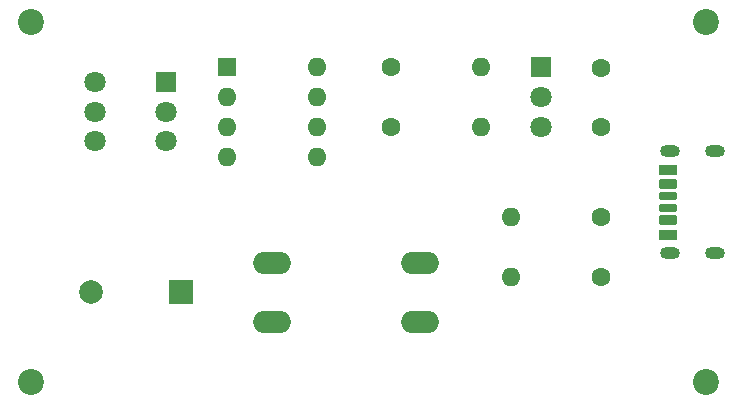
<source format=gts>
%TF.GenerationSoftware,KiCad,Pcbnew,8.0.8*%
%TF.CreationDate,2025-02-03T23:06:03+05:30*%
%TF.ProjectId,pomodoro_timer,706f6d6f-646f-4726-9f5f-74696d65722e,rev?*%
%TF.SameCoordinates,Original*%
%TF.FileFunction,Soldermask,Top*%
%TF.FilePolarity,Negative*%
%FSLAX46Y46*%
G04 Gerber Fmt 4.6, Leading zero omitted, Abs format (unit mm)*
G04 Created by KiCad (PCBNEW 8.0.8) date 2025-02-03 23:06:03*
%MOMM*%
%LPD*%
G01*
G04 APERTURE LIST*
G04 Aperture macros list*
%AMRoundRect*
0 Rectangle with rounded corners*
0 $1 Rounding radius*
0 $2 $3 $4 $5 $6 $7 $8 $9 X,Y pos of 4 corners*
0 Add a 4 corners polygon primitive as box body*
4,1,4,$2,$3,$4,$5,$6,$7,$8,$9,$2,$3,0*
0 Add four circle primitives for the rounded corners*
1,1,$1+$1,$2,$3*
1,1,$1+$1,$4,$5*
1,1,$1+$1,$6,$7*
1,1,$1+$1,$8,$9*
0 Add four rect primitives between the rounded corners*
20,1,$1+$1,$2,$3,$4,$5,0*
20,1,$1+$1,$4,$5,$6,$7,0*
20,1,$1+$1,$6,$7,$8,$9,0*
20,1,$1+$1,$8,$9,$2,$3,0*%
G04 Aperture macros list end*
%ADD10R,1.600000X1.600000*%
%ADD11O,1.600000X1.600000*%
%ADD12R,1.800000X1.800000*%
%ADD13C,1.800000*%
%ADD14C,2.200000*%
%ADD15C,1.600000*%
%ADD16O,3.200000X1.900000*%
%ADD17R,2.000000X2.000000*%
%ADD18C,2.000000*%
%ADD19RoundRect,0.175000X0.625000X-0.175000X0.625000X0.175000X-0.625000X0.175000X-0.625000X-0.175000X0*%
%ADD20RoundRect,0.200000X0.600000X-0.200000X0.600000X0.200000X-0.600000X0.200000X-0.600000X-0.200000X0*%
%ADD21RoundRect,0.225000X0.575000X-0.225000X0.575000X0.225000X-0.575000X0.225000X-0.575000X-0.225000X0*%
%ADD22O,1.700000X1.000000*%
G04 APERTURE END LIST*
D10*
%TO.C,U1*%
X101700000Y-68580000D03*
D11*
X101700000Y-71120000D03*
X101700000Y-73660000D03*
X101700000Y-76200000D03*
X109320000Y-76200000D03*
X109320000Y-73660000D03*
X109320000Y-71120000D03*
X109320000Y-68580000D03*
%TD*%
D12*
%TO.C,SW2*%
X96520000Y-69850000D03*
D13*
X96520000Y-72350000D03*
X96520000Y-74850000D03*
X90520000Y-69850000D03*
X90520000Y-72350000D03*
X90520000Y-74850000D03*
%TD*%
D14*
%TO.C,REF\u002A\u002A*%
X142240000Y-95250000D03*
%TD*%
%TO.C,REF\u002A\u002A*%
X142240000Y-64770000D03*
%TD*%
D15*
%TO.C,CC2_R1*%
X133350000Y-81280000D03*
D11*
X125730000Y-81280000D03*
%TD*%
D16*
%TO.C,SW1*%
X105510000Y-85130000D03*
X118010000Y-85130000D03*
X105510000Y-90130000D03*
X118010000Y-90130000D03*
%TD*%
D15*
%TO.C,LED1_R1*%
X115570000Y-73660000D03*
D11*
X123190000Y-73660000D03*
%TD*%
D12*
%TO.C,D1*%
X128270000Y-68580000D03*
D13*
X128270000Y-71120000D03*
X128270000Y-73660000D03*
%TD*%
D15*
%TO.C,C1*%
X133350000Y-68660000D03*
X133350000Y-73660000D03*
%TD*%
%TO.C,LED2_R1*%
X115570000Y-68580000D03*
D11*
X123190000Y-68580000D03*
%TD*%
D15*
%TO.C,CC1_R1*%
X133350000Y-86360000D03*
D11*
X125730000Y-86360000D03*
%TD*%
D14*
%TO.C,REF\u002A\u002A*%
X85090000Y-64770000D03*
%TD*%
%TO.C,REF\u002A\u002A*%
X85090000Y-95250000D03*
%TD*%
D17*
%TO.C,BZ1*%
X97780000Y-87630000D03*
D18*
X90180000Y-87630000D03*
%TD*%
D19*
%TO.C,J1*%
X139060000Y-80510000D03*
D20*
X139060000Y-78490000D03*
D21*
X139060000Y-77260000D03*
D19*
X139060000Y-79510000D03*
D20*
X139060000Y-81530000D03*
D21*
X139060000Y-82760000D03*
D22*
X139240000Y-84330000D03*
X143040000Y-84330000D03*
X139240000Y-75690000D03*
X143040000Y-75690000D03*
%TD*%
M02*

</source>
